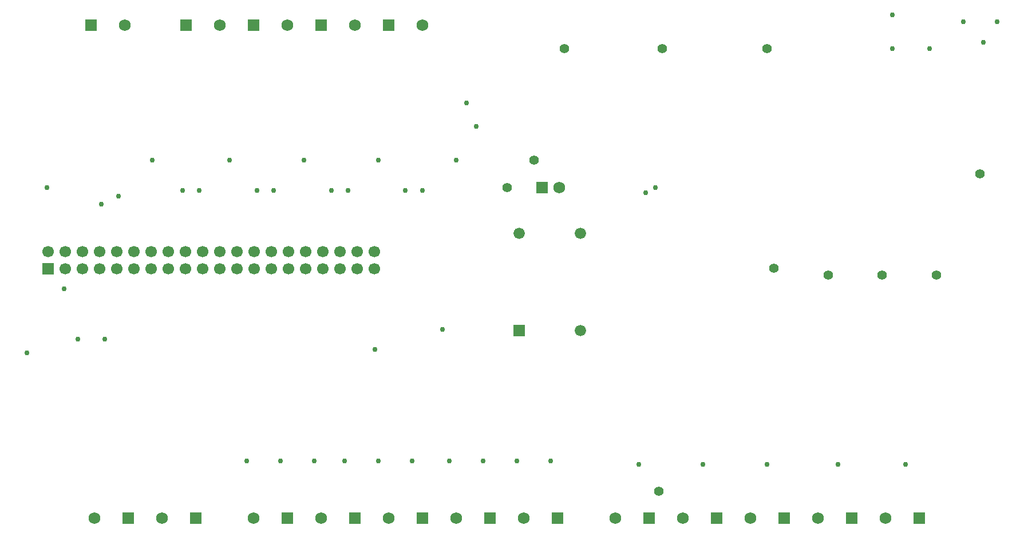
<source format=gbs>
G04*
G04 #@! TF.GenerationSoftware,Altium Limited,Altium Designer,24.2.2 (26)*
G04*
G04 Layer_Color=16711935*
%FSLAX25Y25*%
%MOIN*%
G70*
G04*
G04 #@! TF.SameCoordinates,93052230-0714-41EE-B623-C252674C3430*
G04*
G04*
G04 #@! TF.FilePolarity,Negative*
G04*
G01*
G75*
%ADD42C,0.06591*%
%ADD43R,0.07087X0.07087*%
%ADD44C,0.00591*%
%ADD45C,0.06693*%
%ADD46R,0.06890X0.06890*%
%ADD47C,0.06890*%
%ADD48R,0.06693X0.06693*%
%ADD49C,0.02953*%
%ADD50C,0.05591*%
D42*
X344142Y127134D02*
D03*
Y183827D02*
D03*
X308315D02*
D03*
D43*
Y127134D02*
D03*
D44*
X574803Y261811D02*
D03*
X31496D02*
D03*
X574803Y61024D02*
D03*
X31496D02*
D03*
D45*
X94016Y163228D02*
D03*
X104016D02*
D03*
X124016D02*
D03*
X134016D02*
D03*
X144016D02*
D03*
X54016Y173228D02*
D03*
Y163228D02*
D03*
X94016Y173228D02*
D03*
X134016D02*
D03*
X174016D02*
D03*
Y163228D02*
D03*
X214016Y173228D02*
D03*
Y163228D02*
D03*
X44016Y173228D02*
D03*
X34016D02*
D03*
X44016Y163228D02*
D03*
X84016Y173228D02*
D03*
X74016D02*
D03*
X84016Y163228D02*
D03*
X74016D02*
D03*
X114016Y173228D02*
D03*
X104016D02*
D03*
X114016Y163228D02*
D03*
X154016Y173228D02*
D03*
X144016D02*
D03*
X154016Y163228D02*
D03*
X184016Y173228D02*
D03*
X164016D02*
D03*
X184016Y163228D02*
D03*
X164016D02*
D03*
X204016Y173228D02*
D03*
X194016D02*
D03*
X204016Y163228D02*
D03*
X194016D02*
D03*
X124016Y173228D02*
D03*
X64016D02*
D03*
Y163228D02*
D03*
X224016Y173228D02*
D03*
Y163228D02*
D03*
D46*
X321772Y210630D02*
D03*
X291339Y17717D02*
D03*
X251969D02*
D03*
X173228D02*
D03*
X212598D02*
D03*
X232283Y305118D02*
D03*
X423228Y17717D02*
D03*
X383858D02*
D03*
X462598D02*
D03*
X501968Y17717D02*
D03*
X541339D02*
D03*
X330709Y17717D02*
D03*
X80709Y17717D02*
D03*
X192913Y305118D02*
D03*
X153543D02*
D03*
X114173Y305118D02*
D03*
X59055Y305118D02*
D03*
X120079Y17717D02*
D03*
D47*
X331772Y210630D02*
D03*
X271654Y17717D02*
D03*
X232283D02*
D03*
X153543D02*
D03*
X192913D02*
D03*
X251969Y305118D02*
D03*
X403543Y17717D02*
D03*
X364173D02*
D03*
X442913D02*
D03*
X482283Y17717D02*
D03*
X521654D02*
D03*
X311024Y17717D02*
D03*
X61024Y17717D02*
D03*
X212598Y305118D02*
D03*
X173228D02*
D03*
X133858Y305118D02*
D03*
X78740Y305118D02*
D03*
X100394Y17717D02*
D03*
D48*
X34016Y163228D02*
D03*
D49*
X525591Y311024D02*
D03*
Y291339D02*
D03*
X381890Y207630D02*
D03*
X33465Y210630D02*
D03*
X277559Y259842D02*
D03*
X43307Y151575D02*
D03*
X387795Y210630D02*
D03*
X224410Y116142D02*
D03*
X263779Y127953D02*
D03*
X271654Y226378D02*
D03*
X226378D02*
D03*
X183071D02*
D03*
X139764D02*
D03*
X94488D02*
D03*
X51181Y122047D02*
D03*
X66929D02*
D03*
X21654Y114173D02*
D03*
X547244Y291339D02*
D03*
X74852Y205469D02*
D03*
X64961Y200891D02*
D03*
X112205Y208661D02*
D03*
X122047D02*
D03*
X149606Y51181D02*
D03*
X169291D02*
D03*
X188976D02*
D03*
X206693D02*
D03*
X226378D02*
D03*
X246063D02*
D03*
X267717D02*
D03*
X287402D02*
D03*
X307087D02*
D03*
X326772D02*
D03*
X377953Y49213D02*
D03*
X415354D02*
D03*
X452756D02*
D03*
X494095D02*
D03*
X533465D02*
D03*
X283465Y246063D02*
D03*
X251969Y208661D02*
D03*
X242126D02*
D03*
X208661D02*
D03*
X198819D02*
D03*
X165354D02*
D03*
X155512D02*
D03*
X578740Y295276D02*
D03*
X566929Y307087D02*
D03*
X586614D02*
D03*
D50*
X301181Y210630D02*
D03*
X452756Y291339D02*
D03*
X391732D02*
D03*
X334646D02*
D03*
X316929Y226378D02*
D03*
X389764Y33465D02*
D03*
X576772Y218504D02*
D03*
X456693Y163508D02*
D03*
X488189Y159449D02*
D03*
X519685D02*
D03*
X551181D02*
D03*
M02*

</source>
